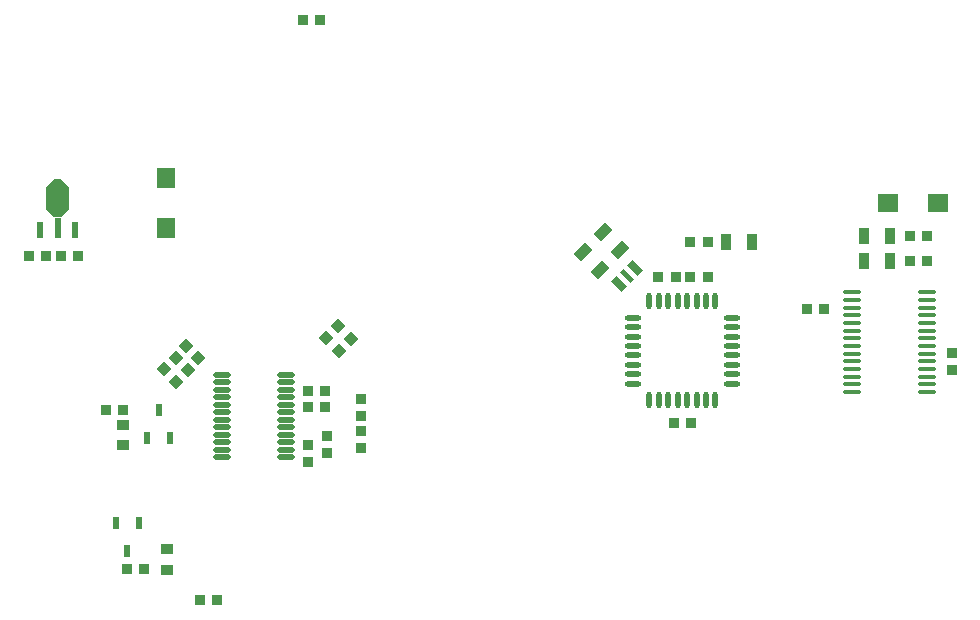
<source format=gtp>
G04*
G04 #@! TF.GenerationSoftware,Altium Limited,Altium Designer,19.1.8 (144)*
G04*
G04 Layer_Color=8421504*
%FSLAX44Y44*%
%MOMM*%
G71*
G01*
G75*
%ADD20R,0.6000X1.8000*%
%ADD21R,0.6000X1.4000*%
%ADD22R,0.9500X0.9000*%
%ADD23R,1.5000X1.8000*%
%ADD24R,0.9000X0.9500*%
%ADD25R,0.8500X1.3500*%
G04:AMPARAMS|DCode=26|XSize=1.4mm|YSize=0.9mm|CornerRadius=0mm|HoleSize=0mm|Usage=FLASHONLY|Rotation=225.000|XOffset=0mm|YOffset=0mm|HoleType=Round|Shape=Rectangle|*
%AMROTATEDRECTD26*
4,1,4,0.1768,0.8132,0.8132,0.1768,-0.1768,-0.8132,-0.8132,-0.1768,0.1768,0.8132,0.0*
%
%ADD26ROTATEDRECTD26*%

G04:AMPARAMS|DCode=27|XSize=0.6mm|YSize=1.3mm|CornerRadius=0mm|HoleSize=0mm|Usage=FLASHONLY|Rotation=225.000|XOffset=0mm|YOffset=0mm|HoleType=Round|Shape=Rectangle|*
%AMROTATEDRECTD27*
4,1,4,-0.2475,0.6718,0.6718,-0.2475,0.2475,-0.6718,-0.6718,0.2475,-0.2475,0.6718,0.0*
%
%ADD27ROTATEDRECTD27*%

G04:AMPARAMS|DCode=28|XSize=0.4mm|YSize=1.3mm|CornerRadius=0mm|HoleSize=0mm|Usage=FLASHONLY|Rotation=225.000|XOffset=0mm|YOffset=0mm|HoleType=Round|Shape=Rectangle|*
%AMROTATEDRECTD28*
4,1,4,-0.3182,0.6010,0.6010,-0.3182,0.3182,-0.6010,-0.6010,0.3182,-0.3182,0.6010,0.0*
%
%ADD28ROTATEDRECTD28*%

%ADD29R,1.8000X1.5000*%
%ADD30R,1.0000X0.9000*%
%ADD31R,0.6000X1.0000*%
G04:AMPARAMS|DCode=32|XSize=0.9mm|YSize=0.95mm|CornerRadius=0mm|HoleSize=0mm|Usage=FLASHONLY|Rotation=45.000|XOffset=0mm|YOffset=0mm|HoleType=Round|Shape=Rectangle|*
%AMROTATEDRECTD32*
4,1,4,0.0177,-0.6541,-0.6541,0.0177,-0.0177,0.6541,0.6541,-0.0177,0.0177,-0.6541,0.0*
%
%ADD32ROTATEDRECTD32*%

%ADD33O,1.5000X0.4500*%
G04:AMPARAMS|DCode=34|XSize=0.9mm|YSize=0.95mm|CornerRadius=0mm|HoleSize=0mm|Usage=FLASHONLY|Rotation=315.000|XOffset=0mm|YOffset=0mm|HoleType=Round|Shape=Rectangle|*
%AMROTATEDRECTD34*
4,1,4,-0.6541,-0.0177,0.0177,0.6541,0.6541,0.0177,-0.0177,-0.6541,-0.6541,-0.0177,0.0*
%
%ADD34ROTATEDRECTD34*%

%ADD35O,1.5000X0.3800*%
%ADD36O,1.4000X0.5000*%
%ADD37O,0.5000X1.4000*%
G36*
X75500Y503500D02*
Y484500D01*
X69000Y478000D01*
X63000Y478000D01*
X56500Y484500D01*
Y503500D01*
X63000Y510000D01*
X69000D01*
X75500Y503500D01*
D02*
G37*
D20*
X60000Y494000D02*
D03*
X72000D02*
D03*
X66000Y469000D02*
D03*
D21*
X81000Y467000D02*
D03*
X51000D02*
D03*
D22*
X56250Y445000D02*
D03*
X41750D02*
D03*
X69000D02*
D03*
X83500D02*
D03*
X186750Y154000D02*
D03*
X201250D02*
D03*
X616250Y457000D02*
D03*
X601750D02*
D03*
X288250Y645000D02*
D03*
X273750D02*
D03*
X714750Y400000D02*
D03*
X700250D02*
D03*
X802000Y441000D02*
D03*
X787500D02*
D03*
X802000Y462000D02*
D03*
X787500D02*
D03*
X589250Y427000D02*
D03*
X574750Y427000D02*
D03*
X616250Y427000D02*
D03*
X601750D02*
D03*
X602250Y304000D02*
D03*
X587750Y304000D02*
D03*
X139250Y180000D02*
D03*
X124750D02*
D03*
X121250Y315000D02*
D03*
X106750D02*
D03*
X277750Y331000D02*
D03*
X292250D02*
D03*
X277750Y317000D02*
D03*
X292250D02*
D03*
D23*
X157500Y511000D02*
D03*
Y469000D02*
D03*
D24*
X823000Y363250D02*
D03*
Y348750D02*
D03*
X294000Y293000D02*
D03*
Y278500D02*
D03*
X278000Y285000D02*
D03*
Y270500D02*
D03*
X323000Y309750D02*
D03*
Y324250D02*
D03*
Y297250D02*
D03*
Y282750D02*
D03*
D25*
X632000Y457000D02*
D03*
X654000D02*
D03*
X749000Y441000D02*
D03*
X771000D02*
D03*
X749000Y462000D02*
D03*
X771000D02*
D03*
D26*
X527575Y465425D02*
D03*
X542425Y450575D02*
D03*
X525425Y433575D02*
D03*
X510575Y448425D02*
D03*
D27*
X554717Y434717D02*
D03*
X541283Y421283D02*
D03*
D28*
X548000Y428000D02*
D03*
D29*
X811000Y490000D02*
D03*
X769000D02*
D03*
D30*
X159000Y196750D02*
D03*
Y179750D02*
D03*
X121000Y302000D02*
D03*
Y285000D02*
D03*
D31*
X125000Y195000D02*
D03*
X115500Y219000D02*
D03*
X134500Y219000D02*
D03*
X151500Y315000D02*
D03*
X161000Y291000D02*
D03*
X142000Y291000D02*
D03*
D32*
X185126Y358873D02*
D03*
X174874Y369127D02*
D03*
X176126Y348873D02*
D03*
X165874Y359127D02*
D03*
X166126Y338873D02*
D03*
X155873Y349127D02*
D03*
D33*
X259000Y275000D02*
D03*
Y281350D02*
D03*
Y287700D02*
D03*
Y294050D02*
D03*
Y300400D02*
D03*
Y306750D02*
D03*
Y313100D02*
D03*
Y319450D02*
D03*
Y325800D02*
D03*
Y332150D02*
D03*
Y338500D02*
D03*
Y344850D02*
D03*
X205000Y275000D02*
D03*
Y281350D02*
D03*
Y287700D02*
D03*
Y294050D02*
D03*
Y300400D02*
D03*
Y306750D02*
D03*
Y313100D02*
D03*
Y319450D02*
D03*
Y325800D02*
D03*
Y332150D02*
D03*
Y338500D02*
D03*
Y344850D02*
D03*
D34*
X292873Y375873D02*
D03*
X303127Y386127D02*
D03*
X303874Y364874D02*
D03*
X314126Y375126D02*
D03*
D35*
X802500Y330000D02*
D03*
Y336500D02*
D03*
Y343000D02*
D03*
Y349500D02*
D03*
Y356000D02*
D03*
Y362500D02*
D03*
Y369000D02*
D03*
Y375500D02*
D03*
Y382000D02*
D03*
Y388500D02*
D03*
Y395000D02*
D03*
Y401500D02*
D03*
Y408000D02*
D03*
Y414500D02*
D03*
X738500Y330000D02*
D03*
Y336500D02*
D03*
X738500Y343000D02*
D03*
X738500Y349500D02*
D03*
Y356000D02*
D03*
Y362500D02*
D03*
Y369000D02*
D03*
Y375500D02*
D03*
X738500Y382000D02*
D03*
X738500Y388500D02*
D03*
X738500Y395000D02*
D03*
X738500Y401500D02*
D03*
X738500Y408000D02*
D03*
X738500Y414500D02*
D03*
D36*
X637000Y393000D02*
D03*
Y385000D02*
D03*
Y377000D02*
D03*
Y369000D02*
D03*
Y361000D02*
D03*
Y353000D02*
D03*
Y345000D02*
D03*
Y337000D02*
D03*
X553000D02*
D03*
X553000Y345000D02*
D03*
Y353000D02*
D03*
Y361000D02*
D03*
Y369000D02*
D03*
Y377000D02*
D03*
X553000Y385000D02*
D03*
Y393000D02*
D03*
D37*
X623000Y323000D02*
D03*
X615000D02*
D03*
X607000D02*
D03*
X599000D02*
D03*
X591000D02*
D03*
X583000D02*
D03*
X575000D02*
D03*
X567000D02*
D03*
Y407000D02*
D03*
X575000D02*
D03*
X583000D02*
D03*
X591000D02*
D03*
X599000Y407000D02*
D03*
X607000D02*
D03*
X615000Y407000D02*
D03*
X623000D02*
D03*
M02*

</source>
